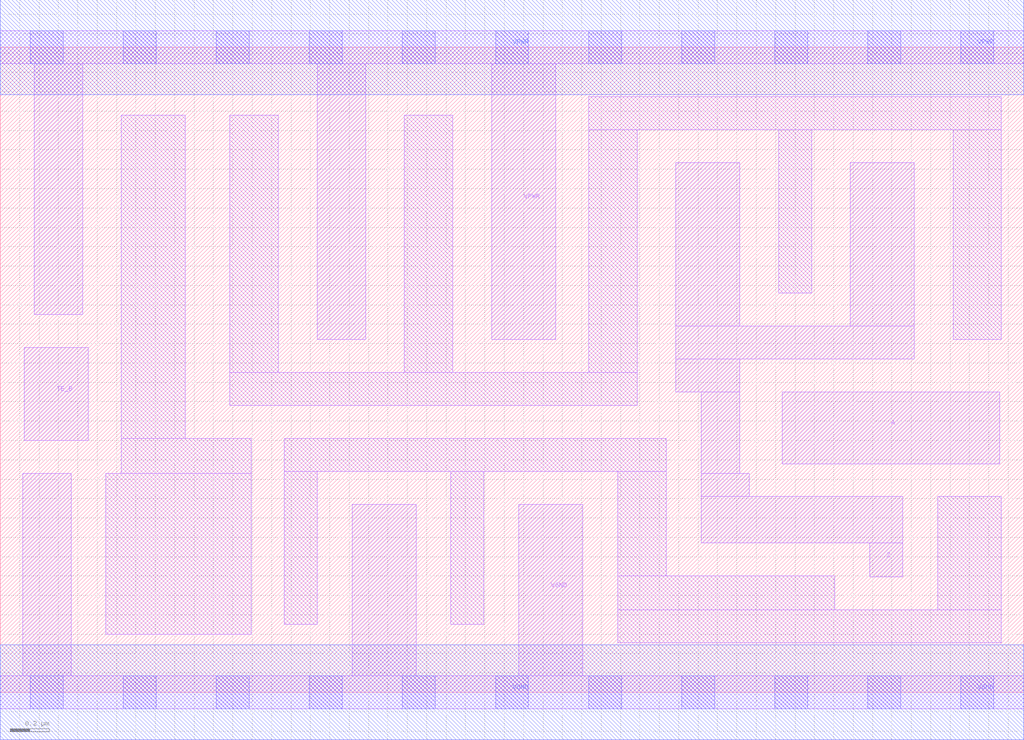
<source format=lef>
# Copyright 2020 The SkyWater PDK Authors
#
# Licensed under the Apache License, Version 2.0 (the "License");
# you may not use this file except in compliance with the License.
# You may obtain a copy of the License at
#
#     https://www.apache.org/licenses/LICENSE-2.0
#
# Unless required by applicable law or agreed to in writing, software
# distributed under the License is distributed on an "AS IS" BASIS,
# WITHOUT WARRANTIES OR CONDITIONS OF ANY KIND, either express or implied.
# See the License for the specific language governing permissions and
# limitations under the License.
#
# SPDX-License-Identifier: Apache-2.0

VERSION 5.7 ;
  NAMESCASESENSITIVE ON ;
  NOWIREEXTENSIONATPIN ON ;
  DIVIDERCHAR "/" ;
  BUSBITCHARS "[]" ;
UNITS
  DATABASE MICRONS 200 ;
END UNITS
MACRO sky130_fd_sc_hs__einvn_4
  CLASS CORE ;
  SOURCE USER ;
  FOREIGN sky130_fd_sc_hs__einvn_4 ;
  ORIGIN  0.000000  0.000000 ;
  SIZE  5.280000 BY  3.330000 ;
  SYMMETRY X Y ;
  SITE unit ;
  PIN A
    ANTENNAGATEAREA  1.116000 ;
    DIRECTION INPUT ;
    USE SIGNAL ;
    PORT
      LAYER li1 ;
        RECT 4.035000 1.180000 5.155000 1.550000 ;
    END
  END A
  PIN TE_B
    ANTENNAGATEAREA  0.951000 ;
    DIRECTION INPUT ;
    USE SIGNAL ;
    PORT
      LAYER li1 ;
        RECT 0.125000 1.300000 0.455000 1.780000 ;
    END
  END TE_B
  PIN Z
    ANTENNADIFFAREA  1.086400 ;
    DIRECTION OUTPUT ;
    USE SIGNAL ;
    PORT
      LAYER li1 ;
        RECT 3.485000 1.550000 3.815000 1.720000 ;
        RECT 3.485000 1.720000 4.715000 1.890000 ;
        RECT 3.485000 1.890000 3.815000 2.735000 ;
        RECT 3.615000 0.770000 4.655000 1.010000 ;
        RECT 3.615000 1.010000 3.865000 1.130000 ;
        RECT 3.615000 1.130000 3.815000 1.550000 ;
        RECT 4.385000 1.890000 4.715000 2.735000 ;
        RECT 4.485000 0.595000 4.655000 0.770000 ;
    END
  END Z
  PIN VGND
    DIRECTION INOUT ;
    USE GROUND ;
    PORT
      LAYER li1 ;
        RECT 0.000000 -0.085000 5.280000 0.085000 ;
        RECT 0.115000  0.085000 0.365000 1.130000 ;
        RECT 1.815000  0.085000 2.145000 0.970000 ;
        RECT 2.675000  0.085000 3.005000 0.970000 ;
      LAYER mcon ;
        RECT 0.155000 -0.085000 0.325000 0.085000 ;
        RECT 0.635000 -0.085000 0.805000 0.085000 ;
        RECT 1.115000 -0.085000 1.285000 0.085000 ;
        RECT 1.595000 -0.085000 1.765000 0.085000 ;
        RECT 2.075000 -0.085000 2.245000 0.085000 ;
        RECT 2.555000 -0.085000 2.725000 0.085000 ;
        RECT 3.035000 -0.085000 3.205000 0.085000 ;
        RECT 3.515000 -0.085000 3.685000 0.085000 ;
        RECT 3.995000 -0.085000 4.165000 0.085000 ;
        RECT 4.475000 -0.085000 4.645000 0.085000 ;
        RECT 4.955000 -0.085000 5.125000 0.085000 ;
      LAYER met1 ;
        RECT 0.000000 -0.245000 5.280000 0.245000 ;
    END
  END VGND
  PIN VPWR
    DIRECTION INOUT ;
    USE POWER ;
    PORT
      LAYER li1 ;
        RECT 0.000000 3.245000 5.280000 3.415000 ;
        RECT 0.175000 1.950000 0.425000 3.245000 ;
        RECT 1.635000 1.820000 1.885000 3.245000 ;
        RECT 2.535000 1.820000 2.865000 3.245000 ;
      LAYER mcon ;
        RECT 0.155000 3.245000 0.325000 3.415000 ;
        RECT 0.635000 3.245000 0.805000 3.415000 ;
        RECT 1.115000 3.245000 1.285000 3.415000 ;
        RECT 1.595000 3.245000 1.765000 3.415000 ;
        RECT 2.075000 3.245000 2.245000 3.415000 ;
        RECT 2.555000 3.245000 2.725000 3.415000 ;
        RECT 3.035000 3.245000 3.205000 3.415000 ;
        RECT 3.515000 3.245000 3.685000 3.415000 ;
        RECT 3.995000 3.245000 4.165000 3.415000 ;
        RECT 4.475000 3.245000 4.645000 3.415000 ;
        RECT 4.955000 3.245000 5.125000 3.415000 ;
      LAYER met1 ;
        RECT 0.000000 3.085000 5.280000 3.575000 ;
    END
  END VPWR
  OBS
    LAYER li1 ;
      RECT 0.545000 0.300000 1.295000 1.130000 ;
      RECT 0.625000 1.130000 1.295000 1.310000 ;
      RECT 0.625000 1.310000 0.955000 2.980000 ;
      RECT 1.185000 1.480000 3.285000 1.650000 ;
      RECT 1.185000 1.650000 1.435000 2.980000 ;
      RECT 1.465000 0.350000 1.635000 1.140000 ;
      RECT 1.465000 1.140000 3.435000 1.310000 ;
      RECT 2.085000 1.650000 2.335000 2.980000 ;
      RECT 2.325000 0.350000 2.495000 1.140000 ;
      RECT 3.035000 1.650000 3.285000 2.905000 ;
      RECT 3.035000 2.905000 5.165000 3.075000 ;
      RECT 3.185000 0.255000 5.165000 0.425000 ;
      RECT 3.185000 0.425000 4.305000 0.600000 ;
      RECT 3.185000 0.600000 3.435000 1.140000 ;
      RECT 4.015000 2.060000 4.185000 2.905000 ;
      RECT 4.835000 0.425000 5.165000 1.010000 ;
      RECT 4.915000 1.820000 5.165000 2.905000 ;
  END
END sky130_fd_sc_hs__einvn_4

</source>
